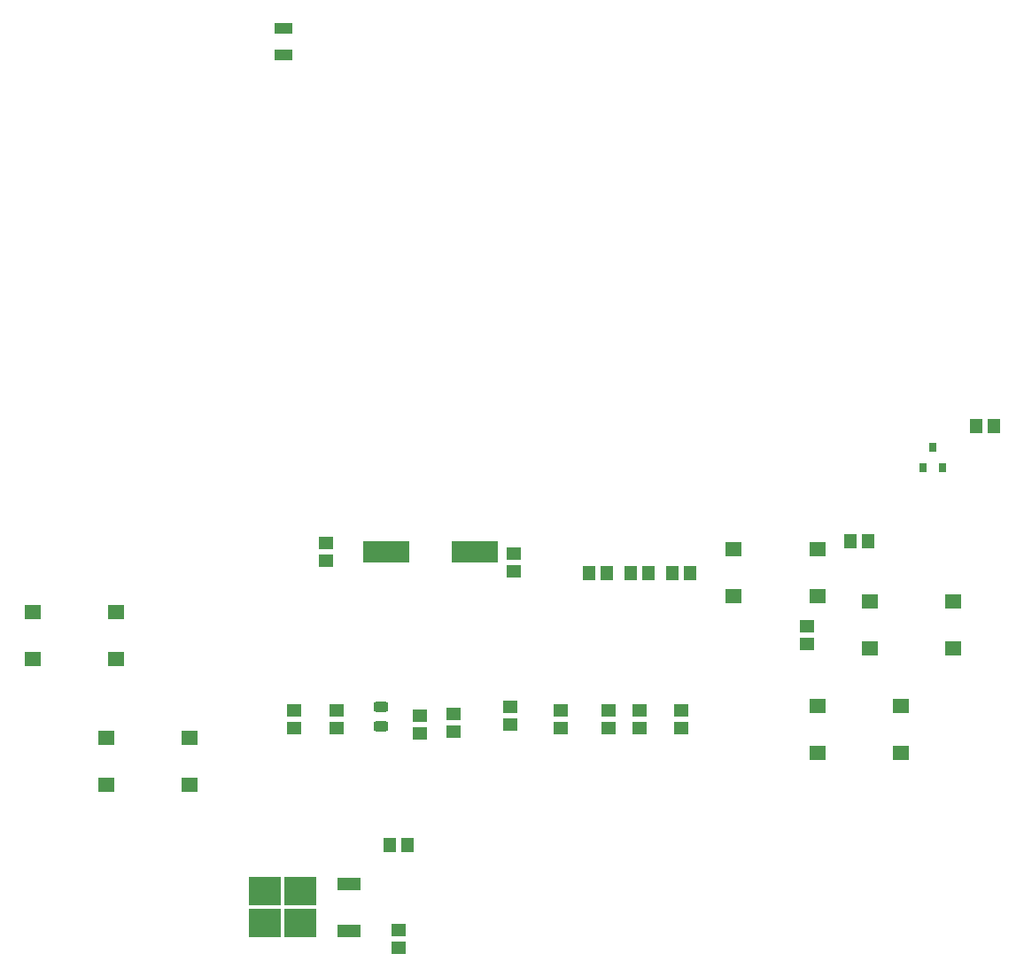
<source format=gbr>
%TF.GenerationSoftware,KiCad,Pcbnew,(6.0.5)*%
%TF.CreationDate,2022-07-21T09:59:54-05:00*%
%TF.ProjectId,First Round Clock,46697273-7420-4526-9f75-6e6420436c6f,rev?*%
%TF.SameCoordinates,PX3dc4fd0PYa381e90*%
%TF.FileFunction,Paste,Top*%
%TF.FilePolarity,Positive*%
%FSLAX46Y46*%
G04 Gerber Fmt 4.6, Leading zero omitted, Abs format (unit mm)*
G04 Created by KiCad (PCBNEW (6.0.5)) date 2022-07-21 09:59:54*
%MOMM*%
%LPD*%
G01*
G04 APERTURE LIST*
G04 Aperture macros list*
%AMRoundRect*
0 Rectangle with rounded corners*
0 $1 Rounding radius*
0 $2 $3 $4 $5 $6 $7 $8 $9 X,Y pos of 4 corners*
0 Add a 4 corners polygon primitive as box body*
4,1,4,$2,$3,$4,$5,$6,$7,$8,$9,$2,$3,0*
0 Add four circle primitives for the rounded corners*
1,1,$1+$1,$2,$3*
1,1,$1+$1,$4,$5*
1,1,$1+$1,$6,$7*
1,1,$1+$1,$8,$9*
0 Add four rect primitives between the rounded corners*
20,1,$1+$1,$2,$3,$4,$5,0*
20,1,$1+$1,$4,$5,$6,$7,0*
20,1,$1+$1,$6,$7,$8,$9,0*
20,1,$1+$1,$8,$9,$2,$3,0*%
G04 Aperture macros list end*
%ADD10R,1.400000X1.150000*%
%ADD11R,1.600000X1.400000*%
%ADD12R,4.500000X2.000000*%
%ADD13R,1.800000X1.000000*%
%ADD14R,3.050000X2.750000*%
%ADD15R,2.200000X1.200000*%
%ADD16R,1.150000X1.400000*%
%ADD17R,0.800000X0.900000*%
%ADD18RoundRect,0.243750X0.456250X-0.243750X0.456250X0.243750X-0.456250X0.243750X-0.456250X-0.243750X0*%
G04 APERTURE END LIST*
D10*
%TO.C,R14*%
X92710000Y46600000D03*
X92710000Y48300000D03*
%TD*%
D11*
%TO.C,SW4*%
X57230000Y41200000D03*
X49230000Y41200000D03*
X57230000Y45700000D03*
X49230000Y45700000D03*
%TD*%
D12*
%TO.C,Y1*%
X75980000Y63450000D03*
X84480000Y63450000D03*
%TD*%
D13*
%TO.C,Y2*%
X66230000Y110950000D03*
X66230000Y113450000D03*
%TD*%
D14*
%TO.C,U1*%
X64455000Y27925000D03*
X67805000Y27925000D03*
X67805000Y30975000D03*
X64455000Y30975000D03*
D15*
X72430000Y27170000D03*
X72430000Y31730000D03*
%TD*%
D10*
%TO.C,R13*%
X71230000Y46600000D03*
X71230000Y48300000D03*
%TD*%
D16*
%TO.C,R1*%
X99380000Y61450000D03*
X101080000Y61450000D03*
%TD*%
%TO.C,C1*%
X103380000Y61450000D03*
X105080000Y61450000D03*
%TD*%
D10*
%TO.C,C6*%
X70230000Y64300000D03*
X70230000Y62600000D03*
%TD*%
%TO.C,R7*%
X116230000Y54600000D03*
X116230000Y56300000D03*
%TD*%
D17*
%TO.C,Q1*%
X127280000Y71450000D03*
X129180000Y71450000D03*
X128230000Y73450000D03*
%TD*%
D10*
%TO.C,C5*%
X82423000Y47980600D03*
X82423000Y46280600D03*
%TD*%
D11*
%TO.C,SW1*%
X109230000Y63700000D03*
X117230000Y63700000D03*
X109230000Y59200000D03*
X117230000Y59200000D03*
%TD*%
D10*
%TO.C,R3*%
X104230000Y46600000D03*
X104230000Y48300000D03*
%TD*%
D18*
%TO.C,D1*%
X75539600Y46766000D03*
X75539600Y48641000D03*
%TD*%
D16*
%TO.C,R5*%
X132380000Y75450000D03*
X134080000Y75450000D03*
%TD*%
D10*
%TO.C,R6*%
X79248000Y46089200D03*
X79248000Y47789200D03*
%TD*%
%TO.C,R4*%
X100230000Y48300000D03*
X100230000Y46600000D03*
%TD*%
%TO.C,C3*%
X77230000Y25600000D03*
X77230000Y27300000D03*
%TD*%
%TO.C,C2*%
X88230000Y63300000D03*
X88230000Y61600000D03*
%TD*%
D11*
%TO.C,SW3*%
X125230000Y44200000D03*
X117230000Y44200000D03*
X125230000Y48700000D03*
X117230000Y48700000D03*
%TD*%
D10*
%TO.C,R10*%
X97230000Y48300000D03*
X97230000Y46600000D03*
%TD*%
D16*
%TO.C,R2*%
X95380000Y61450000D03*
X97080000Y61450000D03*
%TD*%
D10*
%TO.C,R11*%
X67230000Y46600000D03*
X67230000Y48300000D03*
%TD*%
D16*
%TO.C,C4*%
X76380000Y35450000D03*
X78080000Y35450000D03*
%TD*%
D11*
%TO.C,SW2*%
X50230000Y53200000D03*
X42230000Y53200000D03*
X50230000Y57700000D03*
X42230000Y57700000D03*
%TD*%
%TO.C,SW5*%
X130230000Y54200000D03*
X122230000Y54200000D03*
X130230000Y58700000D03*
X122230000Y58700000D03*
%TD*%
D16*
%TO.C,R8*%
X120380000Y64450000D03*
X122080000Y64450000D03*
%TD*%
D10*
%TO.C,R12*%
X87884000Y46902000D03*
X87884000Y48602000D03*
%TD*%
M02*

</source>
